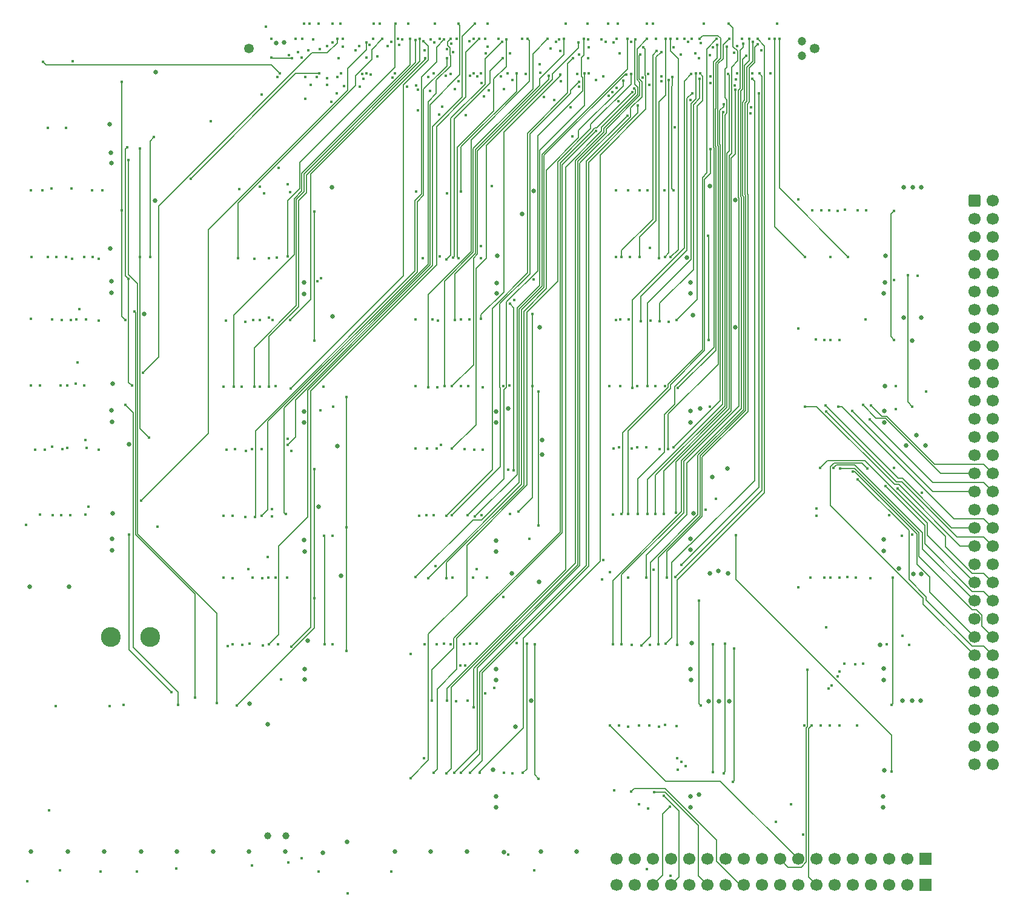
<source format=gbr>
G04 #@! TF.GenerationSoftware,KiCad,Pcbnew,9.0.3*
G04 #@! TF.CreationDate,2025-08-01T19:28:12-07:00*
G04 #@! TF.ProjectId,CardTestFixture,43617264-5465-4737-9446-697874757265,A*
G04 #@! TF.SameCoordinates,Original*
G04 #@! TF.FileFunction,Copper,L5,Inr*
G04 #@! TF.FilePolarity,Positive*
%FSLAX46Y46*%
G04 Gerber Fmt 4.6, Leading zero omitted, Abs format (unit mm)*
G04 Created by KiCad (PCBNEW 9.0.3) date 2025-08-01 19:28:12*
%MOMM*%
%LPD*%
G01*
G04 APERTURE LIST*
G04 Aperture macros list*
%AMRoundRect*
0 Rectangle with rounded corners*
0 $1 Rounding radius*
0 $2 $3 $4 $5 $6 $7 $8 $9 X,Y pos of 4 corners*
0 Add a 4 corners polygon primitive as box body*
4,1,4,$2,$3,$4,$5,$6,$7,$8,$9,$2,$3,0*
0 Add four circle primitives for the rounded corners*
1,1,$1+$1,$2,$3*
1,1,$1+$1,$4,$5*
1,1,$1+$1,$6,$7*
1,1,$1+$1,$8,$9*
0 Add four rect primitives between the rounded corners*
20,1,$1+$1,$2,$3,$4,$5,0*
20,1,$1+$1,$4,$5,$6,$7,0*
20,1,$1+$1,$6,$7,$8,$9,0*
20,1,$1+$1,$8,$9,$2,$3,0*%
G04 Aperture macros list end*
G04 #@! TA.AperFunction,ComponentPad*
%ADD10R,1.700000X1.700000*%
G04 #@! TD*
G04 #@! TA.AperFunction,ComponentPad*
%ADD11C,1.700000*%
G04 #@! TD*
G04 #@! TA.AperFunction,ComponentPad*
%ADD12C,1.349000*%
G04 #@! TD*
G04 #@! TA.AperFunction,ComponentPad*
%ADD13C,1.200000*%
G04 #@! TD*
G04 #@! TA.AperFunction,ComponentPad*
%ADD14RoundRect,0.250000X-0.600000X-0.600000X0.600000X-0.600000X0.600000X0.600000X-0.600000X0.600000X0*%
G04 #@! TD*
G04 #@! TA.AperFunction,ComponentPad*
%ADD15C,2.775000*%
G04 #@! TD*
G04 #@! TA.AperFunction,ViaPad*
%ADD16C,0.650000*%
G04 #@! TD*
G04 #@! TA.AperFunction,ViaPad*
%ADD17C,1.000000*%
G04 #@! TD*
G04 #@! TA.AperFunction,ViaPad*
%ADD18C,0.450000*%
G04 #@! TD*
G04 #@! TA.AperFunction,Conductor*
%ADD19C,0.152400*%
G04 #@! TD*
G04 APERTURE END LIST*
D10*
X209180000Y-151400000D03*
D11*
X206640000Y-151400000D03*
X204100000Y-151400000D03*
X201560000Y-151400000D03*
X199020000Y-151400000D03*
X196480000Y-151400000D03*
X193940000Y-151400000D03*
X191400000Y-151400000D03*
X188860000Y-151400000D03*
X186320000Y-151400000D03*
X183780000Y-151400000D03*
X181240000Y-151400000D03*
X178700000Y-151400000D03*
X176160000Y-151400000D03*
X173620000Y-151400000D03*
X171080000Y-151400000D03*
X168540000Y-151400000D03*
X166000000Y-151400000D03*
D10*
X209180000Y-155000000D03*
D11*
X206640000Y-155000000D03*
X204100000Y-155000000D03*
X201560000Y-155000000D03*
X199020000Y-155000000D03*
X196480000Y-155000000D03*
X193940000Y-155000000D03*
X191400000Y-155000000D03*
X188860000Y-155000000D03*
X186320000Y-155000000D03*
X183780000Y-155000000D03*
X181240000Y-155000000D03*
X178700000Y-155000000D03*
X176160000Y-155000000D03*
X173620000Y-155000000D03*
X171080000Y-155000000D03*
X168540000Y-155000000D03*
X166000000Y-155000000D03*
D12*
X114568900Y-38197500D03*
D13*
X191908900Y-39197500D03*
X191908900Y-37197500D03*
D12*
X193698900Y-38197500D03*
D14*
X216000000Y-59400000D03*
D11*
X218540000Y-59400000D03*
X216000000Y-61940000D03*
X218540000Y-61940000D03*
X216000000Y-64480000D03*
X218540000Y-64480000D03*
X216000000Y-67020000D03*
X218540000Y-67020000D03*
X216000000Y-69560000D03*
X218540000Y-69560000D03*
X216000000Y-72100000D03*
X218540000Y-72100000D03*
X216000000Y-74640000D03*
X218540000Y-74640000D03*
X216000000Y-77180000D03*
X218540000Y-77180000D03*
X216000000Y-79720000D03*
X218540000Y-79720000D03*
X216000000Y-82260000D03*
X218540000Y-82260000D03*
X216000000Y-84800000D03*
X218540000Y-84800000D03*
X216000000Y-87340000D03*
X218540000Y-87340000D03*
X216000000Y-89880000D03*
X218540000Y-89880000D03*
X216000000Y-92420000D03*
X218540000Y-92420000D03*
X216000000Y-94960000D03*
X218540000Y-94960000D03*
X216000000Y-97500000D03*
X218540000Y-97500000D03*
X216000000Y-100040000D03*
X218540000Y-100040000D03*
X216000000Y-102580000D03*
X218540000Y-102580000D03*
X216000000Y-105120000D03*
X218540000Y-105120000D03*
X216000000Y-107660000D03*
X218540000Y-107660000D03*
X216000000Y-110200000D03*
X218540000Y-110200000D03*
X216000000Y-112740000D03*
X218540000Y-112740000D03*
X216000000Y-115280000D03*
X218540000Y-115280000D03*
X216000000Y-117820000D03*
X218540000Y-117820000D03*
X216000000Y-120360000D03*
X218540000Y-120360000D03*
X216000000Y-122900000D03*
X218540000Y-122900000D03*
X216000000Y-125440000D03*
X218540000Y-125440000D03*
X216000000Y-127980000D03*
X218540000Y-127980000D03*
X216000000Y-130520000D03*
X218540000Y-130520000D03*
X216000000Y-133060000D03*
X218540000Y-133060000D03*
X216000000Y-135600000D03*
X218540000Y-135600000D03*
X216000000Y-138140000D03*
X218540000Y-138140000D03*
D15*
X95300000Y-120400000D03*
X100800000Y-120400000D03*
D16*
X114700000Y-129700000D03*
X150247163Y-150415576D03*
X95169795Y-48769795D03*
X122380000Y-108450000D03*
X181548500Y-111521405D03*
X177500000Y-142400000D03*
X178874200Y-129354200D03*
X203362000Y-108342250D03*
X95494000Y-90300000D03*
X145100000Y-150400000D03*
X203400000Y-139000000D03*
X205447800Y-110789092D03*
X206470599Y-93636792D03*
X99500000Y-150400000D03*
X177700000Y-88500000D03*
X94400000Y-150400000D03*
X126300000Y-75600000D03*
X206000000Y-129300000D03*
X203370000Y-72350000D03*
X151370800Y-111500000D03*
X208600000Y-111600000D03*
X203535900Y-85300000D03*
X122280000Y-72450000D03*
X179361801Y-97997608D03*
X203293000Y-144171900D03*
X203600000Y-67100000D03*
X206100000Y-75800000D03*
X176500000Y-121200000D03*
X84000000Y-113400000D03*
X128300000Y-149000000D03*
X114600000Y-150400000D03*
X135000000Y-150400000D03*
X209203100Y-93600000D03*
X89300000Y-150400000D03*
X100000000Y-75300000D03*
X149200000Y-72400000D03*
X101473400Y-59400100D03*
X149159000Y-108422000D03*
X109600000Y-150400000D03*
X95394000Y-72300000D03*
X95203645Y-66103645D03*
X179000000Y-111500000D03*
X208500000Y-129300000D03*
X208600000Y-75800000D03*
X208600000Y-57600000D03*
X181748500Y-129354200D03*
X149296300Y-67131600D03*
X95394000Y-54200000D03*
X176362000Y-72342250D03*
X202865333Y-121449299D03*
X149159000Y-90422000D03*
X150833400Y-88500000D03*
X155400000Y-150400000D03*
X175862800Y-67403500D03*
X101588000Y-41487300D03*
X97887600Y-93500000D03*
X155599800Y-92900000D03*
X119700000Y-150400000D03*
X127500000Y-111800000D03*
X104500000Y-150400000D03*
X148770000Y-138930000D03*
X122782608Y-120888501D03*
X176788100Y-103097600D03*
X160400000Y-150400000D03*
X152800000Y-61248100D03*
X203300000Y-126400000D03*
X176315000Y-108197000D03*
D17*
X119800000Y-148195000D03*
D16*
X95600000Y-85000000D03*
X203400000Y-90400000D03*
X124355205Y-102155205D03*
X122380000Y-126350000D03*
X149151000Y-126394000D03*
X95600000Y-103100000D03*
X126200000Y-57600000D03*
X124911855Y-150500600D03*
X176308000Y-144169000D03*
X119528100Y-37295900D03*
X84100000Y-150400000D03*
X206100000Y-57600000D03*
X140000000Y-150400000D03*
X176300000Y-90400000D03*
X127000000Y-93700000D03*
X179000000Y-57400000D03*
X149160000Y-144170000D03*
X95494000Y-108300000D03*
X151840000Y-132910000D03*
X176640100Y-75400000D03*
X176400000Y-126400000D03*
X122280000Y-90450000D03*
X203300000Y-124800000D03*
X95494000Y-106700000D03*
X155605300Y-94916200D03*
X122280000Y-106850000D03*
X207300000Y-129300000D03*
X203362000Y-106742250D03*
X122280000Y-88850000D03*
X149159000Y-88922000D03*
X117220000Y-132575600D03*
X180244195Y-111144195D03*
X181515600Y-96833900D03*
X182584400Y-77121000D03*
X122380000Y-124850000D03*
X154410300Y-58044900D03*
X155207600Y-77160600D03*
X207350000Y-78974000D03*
X89500000Y-113400000D03*
X95394000Y-88700000D03*
X176362000Y-70842250D03*
X207903599Y-92203792D03*
X207400000Y-57600000D03*
X118406400Y-37392300D03*
X149159000Y-106922000D03*
X149120000Y-142640000D03*
X182584400Y-59325800D03*
X203293000Y-142671900D03*
X95294000Y-52700000D03*
X122280000Y-70850000D03*
X149151000Y-124894000D03*
D17*
X117220000Y-148190000D03*
D16*
X176300000Y-88800000D03*
X176308000Y-142669000D03*
X154027700Y-129250000D03*
X207500000Y-111600000D03*
X149200000Y-70900000D03*
X176315000Y-106697000D03*
X95394000Y-70700000D03*
X203400000Y-88800000D03*
X203470000Y-70850000D03*
X176315000Y-124900000D03*
X155206200Y-112711400D03*
X180300000Y-129354200D03*
D18*
X181194900Y-121351100D03*
X180946700Y-139461300D03*
X99369900Y-67275000D03*
X154216400Y-75225300D03*
X126260300Y-106253100D03*
X206709400Y-69854500D03*
X207350000Y-88192700D03*
X206864100Y-121446900D03*
X207350000Y-106050600D03*
X152916100Y-139351100D03*
X154205300Y-85310000D03*
X100653900Y-92565200D03*
X152305300Y-102821900D03*
X126402800Y-88253900D03*
X99374000Y-52109700D03*
X126260300Y-121444100D03*
X153448000Y-121353100D03*
X128214000Y-122294400D03*
X155096500Y-86114500D03*
X87568600Y-130031300D03*
X182252300Y-140625000D03*
X154416500Y-70451900D03*
X100787500Y-67292100D03*
X155095900Y-140156700D03*
X208649500Y-100251500D03*
X128214000Y-105092200D03*
X154581300Y-121362300D03*
X101337600Y-50571000D03*
X101796300Y-104935300D03*
X128214400Y-86850000D03*
X182448100Y-121962400D03*
X209305500Y-86084700D03*
X155101300Y-104770200D03*
X208094600Y-69948900D03*
X205917000Y-106242300D03*
X178425600Y-102609300D03*
X179426300Y-139235600D03*
X124701800Y-70254700D03*
X153825000Y-106639400D03*
X179427800Y-121360700D03*
X151057000Y-85255600D03*
X125078700Y-106257400D03*
X151684400Y-73333500D03*
X152028500Y-121258300D03*
X206001400Y-120211200D03*
X151438900Y-139399400D03*
X97747000Y-70337700D03*
X86700000Y-144600000D03*
X97595500Y-51970300D03*
X125056900Y-85436600D03*
X98252200Y-85290400D03*
X179032800Y-88195400D03*
X205043500Y-85349400D03*
X125212200Y-121442100D03*
X123720300Y-60961500D03*
X178832700Y-78901300D03*
X150143600Y-114813600D03*
X96834000Y-42824800D03*
X96834700Y-60806900D03*
X97343600Y-76137200D03*
X204810000Y-60826600D03*
X112914300Y-129973900D03*
X179915400Y-101119400D03*
X148922600Y-127469800D03*
X204640400Y-112058400D03*
X177738700Y-129919300D03*
X123727500Y-78957900D03*
X178763900Y-64301500D03*
X123734500Y-114972900D03*
X150830800Y-96998800D03*
X204438400Y-129907800D03*
X204790200Y-96750800D03*
X204773100Y-78879000D03*
X177534200Y-115282300D03*
X123720300Y-96961500D03*
X200869800Y-60803600D03*
X83664000Y-154489000D03*
X199730000Y-60812000D03*
X88193700Y-153001400D03*
X197963500Y-60693700D03*
X93824400Y-153160600D03*
X196947900Y-60825700D03*
X98904800Y-153160200D03*
X104441000Y-152704000D03*
X195735700Y-60808500D03*
X194650000Y-60807500D03*
X121973100Y-151256700D03*
X114991000Y-152314000D03*
X193322500Y-60807700D03*
X120075400Y-151863500D03*
X191414300Y-59298600D03*
X124317100Y-153147900D03*
X174553400Y-138897400D03*
X190425200Y-143788700D03*
X128431000Y-156226600D03*
X134469300Y-153155700D03*
X175649200Y-138443700D03*
X150862000Y-150755200D03*
X175059800Y-137863100D03*
X170271000Y-152771300D03*
X188309600Y-146219100D03*
X154494200Y-152989800D03*
X174503300Y-137304100D03*
X192060000Y-147982900D03*
X173511000Y-153771800D03*
X91754000Y-103288100D03*
X131047700Y-41682000D03*
X164833100Y-34705200D03*
X144701600Y-121388500D03*
X147327900Y-85517300D03*
X157498500Y-37281700D03*
X120493000Y-85657500D03*
X139034700Y-37199600D03*
X112290300Y-112131200D03*
X144962200Y-47462600D03*
X142814000Y-121365600D03*
X164906200Y-44786000D03*
X86088100Y-94206400D03*
X126131100Y-45625000D03*
X143015500Y-112050800D03*
X166020000Y-36831700D03*
X127434800Y-34703000D03*
X91803300Y-75985600D03*
X137930100Y-76051800D03*
X156769200Y-38182800D03*
X116589300Y-121550200D03*
X146498900Y-42080600D03*
X146485600Y-121358900D03*
X166407300Y-38881200D03*
X172706600Y-57995200D03*
X173998900Y-37980600D03*
X163909600Y-36939100D03*
X139176500Y-121359800D03*
X150577600Y-36916600D03*
X143884100Y-67433300D03*
X117838900Y-102511700D03*
X142836800Y-41688300D03*
X84134000Y-75976900D03*
X127751500Y-37879100D03*
X115120700Y-112130600D03*
X147478900Y-44833600D03*
X118588700Y-42187700D03*
X84197700Y-67281400D03*
X117370300Y-121428600D03*
X146209000Y-34700900D03*
X171203900Y-111017100D03*
X184834800Y-46401100D03*
X198368700Y-67293200D03*
X188745700Y-36836100D03*
X168994000Y-103221300D03*
X180082600Y-37644900D03*
X181741600Y-36833400D03*
X173239600Y-94107600D03*
X143639000Y-36826700D03*
X116394100Y-94143900D03*
X158091100Y-41799000D03*
X147023000Y-75966100D03*
X176998900Y-38839000D03*
X171412800Y-85346600D03*
X88396200Y-103347700D03*
X130060500Y-37820600D03*
X124464000Y-41676400D03*
X106473100Y-56349500D03*
X118959400Y-41681300D03*
X85860600Y-40064000D03*
X168183900Y-85559700D03*
X176458300Y-41702200D03*
X164006500Y-112379100D03*
X187316800Y-36838800D03*
X173952800Y-57974400D03*
X173808700Y-42179400D03*
X111424800Y-76168000D03*
X140633400Y-34699800D03*
X185959300Y-41686800D03*
X174215000Y-111995500D03*
X164498900Y-37205900D03*
X141865900Y-121351100D03*
X184998900Y-41678900D03*
X170661500Y-121509800D03*
X160752600Y-42791400D03*
X142986500Y-103349100D03*
X127707000Y-36825400D03*
X89754800Y-76135400D03*
X179103700Y-42974700D03*
X165485900Y-103269000D03*
X120204800Y-39081600D03*
X93648900Y-67531600D03*
X173577500Y-67281700D03*
X173515500Y-36845000D03*
X132926100Y-34716800D03*
X84700400Y-94188500D03*
X160649200Y-37350600D03*
X143011300Y-94060800D03*
X148558700Y-57426200D03*
X151461300Y-42616300D03*
X182539800Y-43319800D03*
X172041300Y-94174600D03*
X118640300Y-121425500D03*
X146998900Y-41681100D03*
X176605800Y-44412000D03*
X169424000Y-76247000D03*
X179119700Y-42086400D03*
X166501800Y-76052900D03*
X114080600Y-103593300D03*
X142086100Y-41948800D03*
X171412800Y-103219300D03*
X181370000Y-37901900D03*
X174277600Y-103029000D03*
X181685400Y-34708200D03*
X91600600Y-85290400D03*
X126947800Y-42126500D03*
X174483700Y-121512800D03*
X185691300Y-36837100D03*
X180986500Y-45979400D03*
X173965300Y-93910800D03*
X171618700Y-38498700D03*
X166696500Y-67288000D03*
X140399400Y-41684700D03*
X115164800Y-76136700D03*
X124094400Y-42166100D03*
X84108500Y-85290400D03*
X188462000Y-34708800D03*
X195920000Y-67276400D03*
X173289900Y-42536500D03*
X172738900Y-67287100D03*
X140667600Y-110440600D03*
X165552000Y-37344300D03*
X177689900Y-41678500D03*
X174409100Y-76136600D03*
X141906800Y-36933500D03*
X115416800Y-103658900D03*
X172603200Y-103212500D03*
X181573000Y-41747000D03*
X116413200Y-44623000D03*
X87684300Y-67292500D03*
X123117400Y-34704700D03*
X92690700Y-57993200D03*
X118302500Y-85368900D03*
X139893900Y-44130300D03*
X147699500Y-38861900D03*
X114559500Y-110867200D03*
X113678300Y-121445700D03*
X146039800Y-41685500D03*
X86997100Y-57725400D03*
X124348700Y-34719700D03*
X145998900Y-36838300D03*
X114682100Y-121288900D03*
X89849000Y-67546100D03*
X109253000Y-48317800D03*
X170117300Y-112062700D03*
X184099800Y-39219700D03*
X160793900Y-39055900D03*
X137906500Y-94038300D03*
X172036800Y-76288900D03*
X177592200Y-42432900D03*
X140446500Y-139310100D03*
X163162200Y-49685200D03*
X172231700Y-42060600D03*
X167877400Y-67287400D03*
X170413200Y-41692200D03*
X145205500Y-129265500D03*
X117393000Y-75790000D03*
X139712000Y-42156400D03*
X160736200Y-43495000D03*
X141465800Y-93505000D03*
X87112700Y-93761000D03*
X132084200Y-34709200D03*
X167597700Y-103218900D03*
X179137600Y-52240700D03*
X121506900Y-38697100D03*
X84134000Y-57995900D03*
X166927800Y-42698900D03*
X142199300Y-112166400D03*
X147161100Y-103335900D03*
X161910800Y-34712100D03*
X139204900Y-38437800D03*
X117896200Y-76138900D03*
X140503800Y-37300000D03*
X114135100Y-76327100D03*
X180888800Y-47032900D03*
X170299400Y-103218300D03*
X172884000Y-121353900D03*
X184966000Y-42428600D03*
X138377800Y-103434000D03*
X159815500Y-50465500D03*
X115343500Y-67574200D03*
X133998900Y-37797300D03*
X117379500Y-85439500D03*
X138498900Y-36853800D03*
X126907000Y-44427500D03*
X88496500Y-94148600D03*
X188126200Y-36837300D03*
X192347700Y-67284800D03*
X89842400Y-57723900D03*
X123583500Y-36924100D03*
X120032400Y-67203800D03*
X135098900Y-34712600D03*
X112290300Y-103427900D03*
X141260100Y-36844200D03*
X171930900Y-67438200D03*
X172883300Y-36826600D03*
X143580000Y-129320000D03*
X170246600Y-34717600D03*
X174998900Y-39060300D03*
X167602800Y-57980100D03*
X170241100Y-36837700D03*
X146032700Y-130189800D03*
X161528900Y-41678000D03*
X146197500Y-103564400D03*
X99525200Y-101334600D03*
X130998900Y-37295500D03*
X145443100Y-37137300D03*
X112290300Y-121439600D03*
X140868600Y-94083800D03*
X162133800Y-37999200D03*
X137094700Y-36825200D03*
X112486300Y-85430700D03*
X131498900Y-37652400D03*
X91907100Y-93990800D03*
X142881000Y-37531400D03*
X117838900Y-103539900D03*
X141162600Y-47375900D03*
X112686500Y-94153600D03*
X141927800Y-85334500D03*
X156386600Y-36835700D03*
X145183600Y-103359100D03*
X161405200Y-36830800D03*
X163155800Y-42535400D03*
X137227600Y-122770200D03*
X147305900Y-94192200D03*
X161998900Y-39569300D03*
X165998900Y-43693300D03*
X147890100Y-112055400D03*
X147934900Y-37950000D03*
X111020300Y-112127600D03*
X119910300Y-112125200D03*
X147150600Y-42981000D03*
X147667300Y-128255300D03*
X169601800Y-42213000D03*
X147619800Y-36843200D03*
X118301700Y-112061800D03*
X90388200Y-85031900D03*
X126332300Y-34700900D03*
X136667300Y-43525700D03*
X111020300Y-85426800D03*
X166286700Y-45551500D03*
X146427500Y-110921100D03*
X178227500Y-34718600D03*
X173317800Y-76320500D03*
X182680900Y-42500600D03*
X166332800Y-93914300D03*
X153315200Y-41707900D03*
X137881500Y-85350500D03*
X182575200Y-43941400D03*
X165455000Y-121383300D03*
X172748900Y-85354300D03*
X177548600Y-39563300D03*
X162059100Y-36896900D03*
X146090200Y-94261800D03*
X145526500Y-139338400D03*
X168952800Y-46172800D03*
X158929300Y-34713600D03*
X140993200Y-76223400D03*
X116732500Y-58408700D03*
X136066900Y-36886900D03*
X179498900Y-37977700D03*
X165899200Y-76065500D03*
X86511500Y-49293000D03*
X116943400Y-35123000D03*
X143419000Y-43838900D03*
X120551700Y-94389100D03*
X168493900Y-43752400D03*
X142267500Y-129250000D03*
X142819800Y-36828600D03*
X119738900Y-103190400D03*
X125540500Y-37819400D03*
X88237500Y-85290400D03*
X120015900Y-93545800D03*
X143903800Y-34719100D03*
X127921600Y-43452600D03*
X83441700Y-104700000D03*
X165069700Y-111316000D03*
X187498900Y-41685600D03*
X170317200Y-85350400D03*
X177060900Y-41677200D03*
X177583300Y-36826800D03*
X174593200Y-85622100D03*
X165899200Y-57994400D03*
X175452700Y-36826400D03*
X125492200Y-43264900D03*
X89214000Y-85291100D03*
X165899200Y-67288800D03*
X170589700Y-43281600D03*
X174484700Y-36852100D03*
X170333800Y-57977700D03*
X149998900Y-37233900D03*
X142251500Y-67601400D03*
X166715300Y-121367200D03*
X183691600Y-37464000D03*
X142261900Y-38254500D03*
X114159900Y-94358700D03*
X167387100Y-41781700D03*
X139637200Y-112133100D03*
X142275600Y-39517400D03*
X116419300Y-103421500D03*
X170783500Y-76165200D03*
X177736100Y-37439000D03*
X185020000Y-37226000D03*
X171824600Y-121375200D03*
X169327200Y-39042600D03*
X144256500Y-139349600D03*
X146779400Y-36826300D03*
X120546800Y-121699700D03*
X134641000Y-42221400D03*
X120354200Y-58208400D03*
X160498900Y-41703100D03*
X140446500Y-103357000D03*
X169218400Y-67289700D03*
X172241400Y-38659100D03*
X141632400Y-46324200D03*
X115042800Y-94146200D03*
X131998900Y-36829400D03*
X89214000Y-93977500D03*
X132526600Y-39264200D03*
X92211800Y-102172000D03*
X130580600Y-42443000D03*
X91755800Y-92905900D03*
X168014700Y-37211200D03*
X139043100Y-137320300D03*
X90615100Y-82064900D03*
X125539400Y-42362300D03*
X144750500Y-94178400D03*
X162132900Y-41686500D03*
X89048800Y-67288100D03*
X122338400Y-34704700D03*
X168100100Y-94013200D03*
X182854900Y-37830400D03*
X131660800Y-41831300D03*
X93622700Y-94210800D03*
X145964800Y-112103400D03*
X166185400Y-34708200D03*
X170142800Y-93898200D03*
X182421300Y-38789500D03*
X137906500Y-112032000D03*
X167498900Y-36843300D03*
X145495400Y-121351800D03*
X165403700Y-44288500D03*
X90935100Y-74591100D03*
X122486000Y-45171600D03*
X129498900Y-38406900D03*
X85404000Y-103272500D03*
X135606600Y-37638500D03*
X116124400Y-57501200D03*
X143177500Y-38721700D03*
X111495500Y-94235500D03*
X144122700Y-124385800D03*
X171478200Y-36843400D03*
X159905400Y-39500700D03*
X142199300Y-103460000D03*
X123286800Y-43259600D03*
X88443500Y-76104100D03*
X137886600Y-37021400D03*
X115345400Y-85428700D03*
X176312300Y-45347100D03*
X164950500Y-85362200D03*
X157317700Y-45347600D03*
X140290900Y-76060300D03*
X157952300Y-36871000D03*
X145433400Y-76044500D03*
X113053900Y-67492400D03*
X133254700Y-36825700D03*
X137959000Y-58129000D03*
X152825600Y-36838800D03*
X120328200Y-76076700D03*
X139206400Y-39569400D03*
X86461100Y-67293800D03*
X121102200Y-36827200D03*
X117370300Y-67441200D03*
X134527100Y-37254800D03*
X116100300Y-85419400D03*
X138260600Y-43922400D03*
X111020300Y-103427900D03*
X138251200Y-46823000D03*
X179968700Y-36847800D03*
X166706100Y-103209000D03*
X140849700Y-121364000D03*
X164135300Y-42098500D03*
X167718600Y-76056000D03*
X179062700Y-39066300D03*
X150734600Y-41678700D03*
X147023000Y-65815700D03*
X93600800Y-76199000D03*
X127498900Y-41676300D03*
X169235200Y-57994100D03*
X174150200Y-49209300D03*
X138870400Y-67431800D03*
X149496700Y-36843100D03*
X89665400Y-103371600D03*
X130439100Y-41763600D03*
X122929800Y-38470500D03*
X85760600Y-57994100D03*
X165598100Y-94064900D03*
X183498900Y-36850500D03*
X186201400Y-38417400D03*
X167637300Y-112053000D03*
X124481700Y-38266700D03*
X85404000Y-85277000D03*
X94138300Y-57994100D03*
X121994200Y-39434800D03*
X158661200Y-36833300D03*
X143371200Y-76078400D03*
X147023000Y-67434600D03*
X151094600Y-38837500D03*
X122491800Y-42186500D03*
X92782600Y-67277300D03*
X146848100Y-139353000D03*
X169735700Y-38017000D03*
X184703700Y-47202200D03*
X168093100Y-121474500D03*
X168872800Y-93908300D03*
X182838900Y-41686200D03*
X169452000Y-121557100D03*
X184566200Y-36825800D03*
X158253300Y-42760600D03*
X144256500Y-76061700D03*
X139438700Y-103366000D03*
X158161800Y-38496900D03*
X167529200Y-47538600D03*
X143313200Y-139352900D03*
X148171800Y-44053500D03*
X117289400Y-112069600D03*
X126936300Y-36835800D03*
X99828300Y-83481700D03*
X122091200Y-36828700D03*
X91604300Y-67287400D03*
X168872800Y-85350400D03*
X176498900Y-36837300D03*
X87172200Y-103402300D03*
X130080800Y-43473800D03*
X151998900Y-41687300D03*
X144256500Y-58145000D03*
X142986500Y-85362000D03*
X156534000Y-41991100D03*
X120589800Y-39556500D03*
X117725800Y-39414500D03*
X90484000Y-75996900D03*
X127133600Y-39567100D03*
X167998900Y-41697800D03*
X137213000Y-140076700D03*
X145498900Y-42009100D03*
X111613900Y-121651600D03*
X113216000Y-57835900D03*
X131007700Y-39474700D03*
X142330900Y-58389600D03*
X150280100Y-43812200D03*
X134988100Y-41678100D03*
X118538200Y-67404100D03*
X159601900Y-46406100D03*
X139518800Y-94050200D03*
X175998900Y-37209300D03*
X166509200Y-85350700D03*
X87120000Y-76055900D03*
X126301300Y-37352200D03*
X144846500Y-124378800D03*
X171117000Y-34691300D03*
X143123100Y-67423500D03*
X150086000Y-39564100D03*
X153530900Y-36830700D03*
X139665500Y-85471500D03*
X175034200Y-110303400D03*
X185864400Y-44411500D03*
X142188700Y-139463400D03*
X168608600Y-36935800D03*
X173042100Y-112063600D03*
X185754000Y-37555000D03*
X170695600Y-66001700D03*
X172230400Y-42729600D03*
X140050000Y-36887800D03*
X116102000Y-76122100D03*
X143901300Y-42723500D03*
X120013600Y-92659700D03*
X116509900Y-112184800D03*
X147930500Y-34716500D03*
X149870000Y-42035500D03*
X141302500Y-67242200D03*
X140148300Y-129250000D03*
X168182200Y-44292900D03*
X89013600Y-49294900D03*
X117766000Y-36829400D03*
X155800300Y-44925000D03*
X145300200Y-85351100D03*
X136883400Y-34719000D03*
X118745100Y-54864100D03*
X137998900Y-43331900D03*
X113560300Y-85422900D03*
X140960100Y-85506300D03*
X155309400Y-41526200D03*
X135456100Y-36851200D03*
X120019900Y-57164200D03*
X144256500Y-85358500D03*
X155246100Y-40348100D03*
X169132700Y-132745900D03*
X200501000Y-124071400D03*
X167600000Y-132900000D03*
X192700000Y-125000000D03*
X174400000Y-132800000D03*
X199391000Y-124192200D03*
X165096300Y-132741000D03*
X196907600Y-125917400D03*
X171900000Y-132900000D03*
X196091300Y-127165000D03*
X170541000Y-132737000D03*
X197189800Y-125225300D03*
X197839700Y-124122700D03*
X195665200Y-127591100D03*
X172800000Y-132700000D03*
X166332800Y-132728200D03*
X170411800Y-144364800D03*
X168067600Y-141935900D03*
X173485300Y-144105700D03*
X201515100Y-112193700D03*
X195327700Y-119069800D03*
X192222200Y-132728100D03*
X193285000Y-132732300D03*
X195825000Y-132752900D03*
X171214000Y-142030200D03*
X172574200Y-142527100D03*
X199436000Y-112063900D03*
X194555000Y-132736000D03*
X197161500Y-132739800D03*
X199635000Y-132748200D03*
X165649200Y-141843600D03*
X169105100Y-143780000D03*
X151092900Y-103160900D03*
X97366500Y-87953900D03*
X182676800Y-106139700D03*
X104738900Y-129878200D03*
X204451700Y-139208600D03*
X205006100Y-88510100D03*
X95139800Y-130005100D03*
X117249500Y-109233100D03*
X97051400Y-129879900D03*
X124601200Y-88749200D03*
X150149500Y-85354200D03*
X98571200Y-74909600D03*
X107060000Y-128862300D03*
X204089500Y-103390300D03*
X204780200Y-70504500D03*
X97853600Y-106103300D03*
X103789500Y-128098700D03*
X97779100Y-53724300D03*
X164158900Y-109633300D03*
X110164300Y-129598200D03*
X151644800Y-97137200D03*
X151065300Y-73828900D03*
X203756900Y-121364400D03*
X150252900Y-139358300D03*
X119131500Y-126348700D03*
X124175300Y-70713000D03*
X89988100Y-39970000D03*
X200425200Y-87998200D03*
X205248200Y-99603300D03*
X195037700Y-112068500D03*
X197240800Y-96830400D03*
X195919800Y-112048300D03*
X200784200Y-76055100D03*
X198898400Y-88781200D03*
X191422100Y-113470200D03*
X197189800Y-112063000D03*
X193960500Y-102401500D03*
X193960500Y-103431200D03*
X196965000Y-88185100D03*
X192343200Y-88196300D03*
X199010900Y-97287800D03*
X196328700Y-96750100D03*
X203593700Y-99324100D03*
X201415400Y-89960100D03*
X195193500Y-88025400D03*
X193117500Y-112055500D03*
X198262500Y-112044200D03*
X197190000Y-78897000D03*
X201566000Y-88004100D03*
X199707700Y-98342000D03*
X195265100Y-88861300D03*
X201072200Y-96867600D03*
X194476700Y-96740500D03*
X195036000Y-78870800D03*
X193871100Y-78782600D03*
X195920000Y-78882900D03*
X191406300Y-77250800D03*
D19*
X99374600Y-67279700D02*
X99369900Y-67275000D01*
X99369900Y-67275000D02*
X99369900Y-52113800D01*
X181194900Y-121351100D02*
X181194900Y-139213100D01*
X154205300Y-85310000D02*
X154205300Y-100921900D01*
X99369900Y-52113800D02*
X99374000Y-52109700D01*
X153448000Y-138819200D02*
X152916100Y-139351100D01*
X207350000Y-88192700D02*
X206709400Y-87552100D01*
X181194900Y-139213100D02*
X180946700Y-139461300D01*
X154216400Y-85298900D02*
X154216400Y-75225300D01*
X154205300Y-85310000D02*
X154216400Y-85298900D01*
X100653900Y-92565200D02*
X99374600Y-91285900D01*
X153448000Y-121353100D02*
X153448000Y-138819200D01*
X99374600Y-91285900D02*
X99374600Y-67279700D01*
X206709400Y-87552100D02*
X206709400Y-69854500D01*
X154205300Y-100921900D02*
X152305300Y-102821900D01*
X100787500Y-51121100D02*
X100787500Y-67292100D01*
X154581300Y-139642100D02*
X155095900Y-140156700D01*
X182448100Y-121962400D02*
X182448100Y-140429200D01*
X155046200Y-86164800D02*
X155096500Y-86114500D01*
X128214400Y-105091800D02*
X128214000Y-105092200D01*
X155046200Y-104715100D02*
X155046200Y-86164800D01*
X128214000Y-105092200D02*
X128214000Y-122294400D01*
X155101300Y-104770200D02*
X155046200Y-104715100D01*
X182448100Y-140429200D02*
X182252300Y-140625000D01*
X101337600Y-50571000D02*
X100787500Y-51121100D01*
X154581300Y-121362300D02*
X154581300Y-139642100D01*
X128214400Y-86850000D02*
X128214400Y-105091800D01*
X179427800Y-121360700D02*
X179427800Y-139234100D01*
X125212200Y-106390900D02*
X125078700Y-106257400D01*
X98252200Y-85290400D02*
X97797300Y-84835500D01*
X97325300Y-52240500D02*
X97595500Y-51970300D01*
X97747000Y-70337700D02*
X97325300Y-69916000D01*
X97797300Y-84835500D02*
X97797300Y-70388000D01*
X97797300Y-70388000D02*
X97747000Y-70337700D01*
X179427800Y-139234100D02*
X179426300Y-139235600D01*
X97325300Y-69916000D02*
X97325300Y-52240500D01*
X125212200Y-121442100D02*
X125212200Y-106390900D01*
X96834700Y-42825500D02*
X96834000Y-42824800D01*
X204319900Y-78425800D02*
X204773100Y-78879000D01*
X96834700Y-60806900D02*
X96834700Y-42825500D01*
X112914300Y-129973900D02*
X123734500Y-119153700D01*
X177738700Y-129919300D02*
X177534200Y-129714800D01*
X96834700Y-60806900D02*
X96834700Y-75628300D01*
X123734500Y-96975700D02*
X123720300Y-96961500D01*
X204438400Y-129907800D02*
X204640400Y-129705800D01*
X177534200Y-129714800D02*
X177534200Y-115282300D01*
X123720300Y-60961500D02*
X123720300Y-78950700D01*
X123720300Y-78950700D02*
X123727500Y-78957900D01*
X178832700Y-64370300D02*
X178832700Y-78901300D01*
X123734500Y-114972900D02*
X123734500Y-96975700D01*
X123734500Y-119153700D02*
X123734500Y-114972900D01*
X204810000Y-60826600D02*
X204319900Y-61316700D01*
X204640400Y-129705800D02*
X204640400Y-112058400D01*
X96834700Y-75628300D02*
X97343600Y-76137200D01*
X178763900Y-64301500D02*
X178832700Y-64370300D01*
X204319900Y-61316700D02*
X204319900Y-78425800D01*
X139660300Y-39775200D02*
X136213500Y-43222000D01*
X136213500Y-43222000D02*
X136213500Y-69937000D01*
X136213500Y-69937000D02*
X120493000Y-85657500D01*
X139660300Y-37825200D02*
X139660300Y-39775200D01*
X139034700Y-37199600D02*
X139660300Y-37825200D01*
X143756000Y-67305200D02*
X143884100Y-67433300D01*
X143756000Y-51963200D02*
X143756000Y-67305200D01*
X148813900Y-46905300D02*
X143756000Y-51963200D01*
X150577600Y-36916600D02*
X150577600Y-40684300D01*
X148813900Y-42448000D02*
X148813900Y-46905300D01*
X150577600Y-40684300D02*
X148813900Y-42448000D01*
X140278800Y-68513200D02*
X122834600Y-85957400D01*
X122834600Y-85957400D02*
X122834600Y-103625200D01*
X146209000Y-34700900D02*
X144450700Y-36459200D01*
X144450700Y-44937000D02*
X140278800Y-49108900D01*
X144450700Y-36459200D02*
X144450700Y-44937000D01*
X140278800Y-49108900D02*
X140278800Y-68513200D01*
X118788900Y-120010000D02*
X117370300Y-121428600D01*
X118788900Y-107670900D02*
X118788900Y-120010000D01*
X122834600Y-103625200D02*
X118788900Y-107670900D01*
X188745700Y-57670200D02*
X188745700Y-36836100D01*
X198368700Y-67293200D02*
X188745700Y-57670200D01*
X179573400Y-40058600D02*
X179573400Y-46412800D01*
X179591400Y-52026400D02*
X179591400Y-79950100D01*
X172668200Y-94602600D02*
X168994000Y-98276800D01*
X180082600Y-37644900D02*
X180082600Y-39549400D01*
X172668200Y-89290300D02*
X172668200Y-94602600D01*
X168994000Y-98276800D02*
X168994000Y-103221300D01*
X174105600Y-87852900D02*
X172668200Y-89290300D01*
X174105600Y-85435900D02*
X174105600Y-87852900D01*
X179591400Y-79950100D02*
X174105600Y-85435900D01*
X179520400Y-51955400D02*
X179591400Y-52026400D01*
X179520400Y-46465800D02*
X179520400Y-51955400D01*
X179573400Y-46412800D02*
X179520400Y-46465800D01*
X180082600Y-39549400D02*
X179573400Y-40058600D01*
X180130200Y-51702600D02*
X180201200Y-51773600D01*
X180183200Y-40311400D02*
X180183200Y-46665600D01*
X180201200Y-51773600D02*
X180201200Y-82300500D01*
X181741600Y-36833400D02*
X180909900Y-37665100D01*
X180909900Y-39584700D02*
X180183200Y-40311400D01*
X180201200Y-82300500D02*
X173239600Y-89262100D01*
X180130200Y-46718600D02*
X180130200Y-51702600D01*
X180909900Y-37665100D02*
X180909900Y-39584700D01*
X173239600Y-89262100D02*
X173239600Y-94107600D01*
X180183200Y-46665600D02*
X180130200Y-46718600D01*
X150227900Y-49842800D02*
X150227900Y-72178600D01*
X158091100Y-41799000D02*
X158091100Y-41979600D01*
X150227900Y-72178600D02*
X147023000Y-75383500D01*
X158091100Y-41979600D02*
X150227900Y-49842800D01*
X147023000Y-75383500D02*
X147023000Y-75966100D01*
X124464000Y-41676500D02*
X121146100Y-41676500D01*
X124464000Y-41676400D02*
X124464000Y-41676500D01*
X121146100Y-41676500D02*
X106473100Y-56349500D01*
X117723300Y-40445200D02*
X118959400Y-41681300D01*
X85860600Y-40064000D02*
X86241800Y-40445200D01*
X86241800Y-40445200D02*
X117723300Y-40445200D01*
X168183900Y-73317000D02*
X175444500Y-66056400D01*
X175444500Y-42716000D02*
X176458300Y-41702200D01*
X168183900Y-85559700D02*
X168183900Y-73317000D01*
X175444500Y-66056400D02*
X175444500Y-42716000D01*
X173952800Y-57974400D02*
X173696500Y-57718100D01*
X173696500Y-57718100D02*
X173696500Y-43473200D01*
X173696500Y-43473200D02*
X173808700Y-43361000D01*
X173808700Y-43361000D02*
X173808700Y-42179400D01*
X174215000Y-111995500D02*
X186326900Y-99883600D01*
X186326900Y-99883600D02*
X186326900Y-42054400D01*
X186326900Y-42054400D02*
X185959300Y-41686800D01*
X149714400Y-96621200D02*
X149714400Y-85561000D01*
X149677100Y-85523700D02*
X149677100Y-73827300D01*
X153856500Y-69647900D02*
X153856500Y-50118800D01*
X142986500Y-103349100D02*
X149714400Y-96621200D01*
X149714400Y-85561000D02*
X149677100Y-85523700D01*
X159566400Y-44408900D02*
X159566400Y-43977600D01*
X159566400Y-43977600D02*
X160752600Y-42791400D01*
X149677100Y-73827300D02*
X153856500Y-69647900D01*
X153856500Y-50118800D02*
X159566400Y-44408900D01*
X174603900Y-39635700D02*
X174603900Y-66255300D01*
X173515500Y-36845000D02*
X173515500Y-38547300D01*
X173515500Y-38547300D02*
X174603900Y-39635700D01*
X174603900Y-66255300D02*
X173577500Y-67281700D01*
X160649200Y-38115300D02*
X160649200Y-37350600D01*
X143011300Y-94060800D02*
X146328100Y-90744000D01*
X147794400Y-67435500D02*
X147794400Y-51685400D01*
X157013400Y-42466400D02*
X157013400Y-41751100D01*
X146328100Y-68901800D02*
X147794400Y-67435500D01*
X146328100Y-90744000D02*
X146328100Y-68901800D01*
X147794400Y-51685400D02*
X157013400Y-42466400D01*
X157013400Y-41751100D02*
X160649200Y-38115300D01*
X175858600Y-45159200D02*
X175858600Y-66353200D01*
X169424000Y-72787800D02*
X169424000Y-76247000D01*
X176605800Y-44412000D02*
X175858600Y-45159200D01*
X175858600Y-66353200D02*
X169424000Y-72787800D01*
X181440200Y-45360100D02*
X181116700Y-45036600D01*
X171412800Y-97796300D02*
X181115900Y-88093200D01*
X181115900Y-47447700D02*
X181440200Y-47123400D01*
X181116700Y-41058300D02*
X181370000Y-40805000D01*
X181440200Y-47123400D02*
X181440200Y-45360100D01*
X181115900Y-88093200D02*
X181115900Y-47447700D01*
X181116700Y-45036600D02*
X181116700Y-41058300D01*
X171412800Y-103219300D02*
X171412800Y-97796300D01*
X181370000Y-40805000D02*
X181370000Y-37901900D01*
X182050100Y-52799600D02*
X182050100Y-40769200D01*
X182272700Y-37889800D02*
X182272700Y-35295500D01*
X182050100Y-40769200D02*
X182920300Y-39899000D01*
X174277600Y-103029000D02*
X174277600Y-95913400D01*
X181725700Y-88465300D02*
X181725700Y-53124000D01*
X181725700Y-53124000D02*
X182050100Y-52799600D01*
X182920300Y-39899000D02*
X182920300Y-38537400D01*
X182272700Y-35295500D02*
X181685400Y-34708200D01*
X182920300Y-38537400D02*
X182272700Y-37889800D01*
X174277600Y-95913400D02*
X181725700Y-88465300D01*
X186661200Y-37807000D02*
X185691300Y-36837100D01*
X174483700Y-112390200D02*
X186661200Y-100212700D01*
X186661200Y-100212700D02*
X186661200Y-37807000D01*
X174483700Y-121512800D02*
X174483700Y-112390200D01*
X180986500Y-46293600D02*
X180435100Y-46845000D01*
X180506100Y-51647200D02*
X180506100Y-87370000D01*
X180506100Y-87370000D02*
X173965300Y-93910800D01*
X180986500Y-45979400D02*
X180986500Y-46293600D01*
X180435100Y-51576200D02*
X180506100Y-51647200D01*
X180435100Y-46845000D02*
X180435100Y-51576200D01*
X166696500Y-66406200D02*
X171044600Y-62058100D01*
X171044600Y-39072800D02*
X171618700Y-38498700D01*
X171044600Y-62058100D02*
X171044600Y-39072800D01*
X166696500Y-67288000D02*
X166696500Y-66406200D01*
X172738900Y-67287100D02*
X173289900Y-66736100D01*
X173289900Y-66736100D02*
X173289900Y-42536500D01*
X178058500Y-42047100D02*
X177689900Y-41678500D01*
X178058500Y-45474300D02*
X178058500Y-42047100D01*
X177294700Y-46238100D02*
X178058500Y-45474300D01*
X177294700Y-73251000D02*
X177294700Y-46238100D01*
X174409100Y-76136600D02*
X177294700Y-73251000D01*
X138714400Y-58493400D02*
X137806900Y-59400900D01*
X115501700Y-91565100D02*
X115501700Y-103574000D01*
X138714400Y-42128600D02*
X138714400Y-58493400D01*
X137806900Y-69259900D02*
X115501700Y-91565100D01*
X140831500Y-40011500D02*
X138714400Y-42128600D01*
X141906800Y-36933500D02*
X140831500Y-38008800D01*
X115501700Y-103574000D02*
X115416800Y-103658900D01*
X140831500Y-38008800D02*
X140831500Y-40011500D01*
X137806900Y-59400900D02*
X137806900Y-69259900D01*
X172603200Y-97156500D02*
X172603200Y-103212500D01*
X181745100Y-41919100D02*
X181745100Y-52457800D01*
X181420800Y-88338900D02*
X172603200Y-97156500D01*
X181420800Y-52782100D02*
X181420800Y-88338900D01*
X181573000Y-41747000D02*
X181745100Y-41919100D01*
X181745100Y-52457800D02*
X181420800Y-52782100D01*
X170117300Y-112062700D02*
X170117300Y-108963400D01*
X175801100Y-96115100D02*
X183443000Y-88473200D01*
X183335300Y-44124800D02*
X183597500Y-43862600D01*
X183443000Y-88473200D02*
X183443000Y-58969900D01*
X183597500Y-43862600D02*
X183597500Y-39722000D01*
X183335300Y-58862200D02*
X183335300Y-44124800D01*
X183597500Y-39722000D02*
X184099800Y-39219700D01*
X170117300Y-108963400D02*
X175801100Y-103279600D01*
X175801100Y-103279600D02*
X175801100Y-96115100D01*
X183443000Y-58969900D02*
X183335300Y-58862200D01*
X172036800Y-73752300D02*
X176721400Y-69067700D01*
X172036800Y-76288900D02*
X172036800Y-73752300D01*
X176721400Y-46011000D02*
X177592200Y-45140200D01*
X176721400Y-69067700D02*
X176721400Y-46011000D01*
X177592200Y-45140200D02*
X177592200Y-42432900D01*
X140446500Y-139310100D02*
X140901500Y-138855100D01*
X143668900Y-120592700D02*
X158409700Y-105851900D01*
X140901500Y-127631600D02*
X143668900Y-124864200D01*
X158409700Y-54437700D02*
X163162200Y-49685200D01*
X143668900Y-124864200D02*
X143668900Y-120592700D01*
X140901500Y-138855100D02*
X140901500Y-127631600D01*
X158409700Y-105851900D02*
X158409700Y-54437700D01*
X173527500Y-85648700D02*
X173527500Y-85151400D01*
X173527500Y-85151400D02*
X178300600Y-80378300D01*
X178300600Y-80378300D02*
X178300600Y-56420600D01*
X178300600Y-56420600D02*
X179137600Y-55583600D01*
X179137600Y-55583600D02*
X179137600Y-52240700D01*
X167597700Y-103218900D02*
X167597700Y-91578500D01*
X167597700Y-91578500D02*
X173527500Y-85648700D01*
X166927800Y-43406200D02*
X166927800Y-42698900D01*
X142199300Y-112166400D02*
X142199300Y-110002300D01*
X156183600Y-71737400D02*
X156183600Y-55167300D01*
X160697400Y-49636600D02*
X166927800Y-43406200D01*
X153013300Y-74907700D02*
X156183600Y-71737400D01*
X153013300Y-99188300D02*
X153013300Y-74907700D01*
X156183600Y-55167300D02*
X160697400Y-50653500D01*
X142199300Y-110002300D02*
X153013300Y-99188300D01*
X160697400Y-50653500D02*
X160697400Y-49636600D01*
X180811000Y-87847500D02*
X170299400Y-98359100D01*
X180811000Y-47110700D02*
X180811000Y-87847500D01*
X170299400Y-98359100D02*
X170299400Y-103218300D01*
X180888800Y-47032900D02*
X180811000Y-47110700D01*
X176277800Y-107447000D02*
X176351600Y-107447000D01*
X173745000Y-120492900D02*
X173745000Y-109979800D01*
X176351600Y-107447000D02*
X185288500Y-98510100D01*
X185288500Y-42751100D02*
X184966000Y-42428600D01*
X172884000Y-121353900D02*
X173745000Y-120492900D01*
X185288500Y-98510100D02*
X185288500Y-42751100D01*
X173745000Y-109979800D02*
X176277800Y-107447000D01*
X121532000Y-74231300D02*
X117379500Y-78383800D01*
X138498900Y-36853800D02*
X138498900Y-39958400D01*
X122616900Y-55840400D02*
X122616900Y-58312600D01*
X138498900Y-39958400D02*
X122616900Y-55840400D01*
X122616900Y-58312600D02*
X121532000Y-59397500D01*
X117379500Y-78383800D02*
X117379500Y-85439500D01*
X121532000Y-59397500D02*
X121532000Y-74231300D01*
X192347700Y-67284800D02*
X188126200Y-63063300D01*
X188126200Y-63063300D02*
X188126200Y-36837300D01*
X120032400Y-59387700D02*
X120032400Y-67203800D01*
X135098900Y-34712600D02*
X134986900Y-34824600D01*
X134986900Y-34824600D02*
X134986900Y-40817100D01*
X121702200Y-54101800D02*
X121702200Y-57717900D01*
X121702200Y-57717900D02*
X120032400Y-59387700D01*
X134986900Y-40817100D02*
X121702200Y-54101800D01*
X172836200Y-44725400D02*
X171930900Y-45630700D01*
X172883300Y-36826600D02*
X172836200Y-36873700D01*
X172836200Y-36873700D02*
X172836200Y-44725400D01*
X171930900Y-45630700D02*
X171930900Y-67438200D01*
X168843200Y-42527300D02*
X168843200Y-38235600D01*
X169252500Y-44726900D02*
X169252500Y-42936600D01*
X164530700Y-49448700D02*
X169252500Y-44726900D01*
X160562600Y-110271900D02*
X160562600Y-53950700D01*
X160562600Y-53950700D02*
X164530700Y-49982600D01*
X169252500Y-42936600D02*
X168843200Y-42527300D01*
X146032700Y-130189800D02*
X146032700Y-124801800D01*
X168843200Y-38235600D02*
X170241100Y-36837700D01*
X146032700Y-124801800D02*
X160562600Y-110271900D01*
X164530700Y-49982600D02*
X164530700Y-49448700D01*
X152098600Y-74433200D02*
X155268900Y-71262900D01*
X161528900Y-46167100D02*
X161528900Y-41678000D01*
X146197500Y-103564400D02*
X152098600Y-97663300D01*
X155268900Y-71262900D02*
X155268900Y-52427100D01*
X152098600Y-97663300D02*
X152098600Y-74433200D01*
X155268900Y-52427100D02*
X161528900Y-46167100D01*
X130998900Y-38322600D02*
X130998900Y-37295500D01*
X108950000Y-63447800D02*
X128379300Y-44018500D01*
X128379300Y-44018500D02*
X128379300Y-40942200D01*
X99525200Y-101334600D02*
X108950000Y-91909800D01*
X108950000Y-91909800D02*
X108950000Y-63447800D01*
X128379300Y-40942200D02*
X130998900Y-38322600D01*
X120922200Y-66955700D02*
X120922200Y-59144700D01*
X137094700Y-40500000D02*
X137094700Y-36825200D01*
X122007100Y-58059800D02*
X122007100Y-55587600D01*
X112486300Y-85430700D02*
X112486300Y-75391600D01*
X112486300Y-75391600D02*
X120922200Y-66955700D01*
X120922200Y-59144700D02*
X122007100Y-58059800D01*
X122007100Y-55587600D02*
X137094700Y-40500000D01*
X141927800Y-70679200D02*
X141927800Y-85334500D01*
X145959500Y-52136900D02*
X145959500Y-66647500D01*
X156386600Y-36835700D02*
X154285400Y-38936900D01*
X154285400Y-43811000D02*
X145959500Y-52136900D01*
X145959500Y-66647500D02*
X141927800Y-70679200D01*
X154285400Y-38936900D02*
X154285400Y-43811000D01*
X161405200Y-36830800D02*
X161405200Y-39086300D01*
X154964000Y-50397000D02*
X154964000Y-69245100D01*
X154964000Y-69245100D02*
X150603200Y-73605900D01*
X150279800Y-98262900D02*
X145183600Y-103359100D01*
X150603200Y-85542200D02*
X150279800Y-85865600D01*
X161224000Y-42223900D02*
X161224000Y-44137000D01*
X161059200Y-39432300D02*
X161059200Y-42059100D01*
X161405200Y-39086300D02*
X161059200Y-39432300D01*
X150603200Y-73605900D02*
X150603200Y-85542200D01*
X161059200Y-42059100D02*
X161224000Y-42223900D01*
X150279800Y-85865600D02*
X150279800Y-98262900D01*
X161224000Y-44137000D02*
X154964000Y-50397000D01*
X165455000Y-112493300D02*
X175066800Y-102881500D01*
X175066800Y-95733800D02*
X182030600Y-88770000D01*
X165455000Y-121383300D02*
X165455000Y-112493300D01*
X182575200Y-52921600D02*
X182575200Y-43941400D01*
X175066800Y-102881500D02*
X175066800Y-95733800D01*
X182030600Y-88770000D02*
X182030600Y-53466200D01*
X182030600Y-53466200D02*
X182575200Y-52921600D01*
X147196300Y-137668600D02*
X147196300Y-125411900D01*
X168952800Y-47188000D02*
X168952800Y-46172800D01*
X147196300Y-125411900D02*
X162087100Y-110521100D01*
X162087100Y-54053700D02*
X168952800Y-47188000D01*
X162087100Y-110521100D02*
X162087100Y-54053700D01*
X145526500Y-139338400D02*
X147196300Y-137668600D01*
X142267500Y-129250000D02*
X142267500Y-127599600D01*
X158893100Y-110974000D02*
X158893100Y-54757600D01*
X163920900Y-49729800D02*
X163920900Y-49195900D01*
X142267500Y-127599600D02*
X158893100Y-110974000D01*
X163920900Y-49195900D02*
X168635900Y-44480900D01*
X168635900Y-43894400D02*
X168493900Y-43752400D01*
X158893100Y-54757600D02*
X163920900Y-49729800D01*
X168635900Y-44480900D02*
X168635900Y-43894400D01*
X142723600Y-38057600D02*
X142723600Y-39130600D01*
X142723600Y-39130600D02*
X142796200Y-39203200D01*
X142796200Y-39203200D02*
X142796200Y-40597000D01*
X142796200Y-40597000D02*
X140807300Y-42585900D01*
X142819800Y-36828600D02*
X142419200Y-37229200D01*
X119559900Y-103011400D02*
X119738900Y-103190400D01*
X119559900Y-88369500D02*
X119559900Y-103011400D01*
X142419200Y-37229200D02*
X142419200Y-37753200D01*
X139629000Y-68300400D02*
X119559900Y-88369500D01*
X140807300Y-42585900D02*
X140807300Y-44473500D01*
X139629000Y-45651800D02*
X139629000Y-68300400D01*
X140807300Y-44473500D02*
X139629000Y-45651800D01*
X142419200Y-37753200D02*
X142723600Y-38057600D01*
X121089800Y-92471900D02*
X120015900Y-93545800D01*
X144115100Y-41854500D02*
X139934000Y-46035600D01*
X139934000Y-46035600D02*
X139934000Y-68426700D01*
X144115100Y-34930400D02*
X144115100Y-41854500D01*
X143903800Y-34719100D02*
X144115100Y-34930400D01*
X139934000Y-68426700D02*
X121089800Y-87270900D01*
X121089800Y-87270900D02*
X121089800Y-92471900D01*
X176416500Y-67633000D02*
X176416500Y-45884600D01*
X170317200Y-73732300D02*
X176416500Y-67633000D01*
X170317200Y-85350400D02*
X170317200Y-73732300D01*
X177060900Y-45240200D02*
X177060900Y-41677200D01*
X176416500Y-45884600D02*
X177060900Y-45240200D01*
X177583300Y-36826800D02*
X178043100Y-36367000D01*
X180551200Y-36745200D02*
X180551200Y-39512100D01*
X179878300Y-40185000D02*
X179878300Y-46539200D01*
X178043100Y-36367000D02*
X180173000Y-36367000D01*
X179825300Y-46592200D02*
X179825300Y-51829000D01*
X180173000Y-36367000D02*
X180551200Y-36745200D01*
X180551200Y-39512100D02*
X179878300Y-40185000D01*
X179878300Y-46539200D02*
X179825300Y-46592200D01*
X179896300Y-80319000D02*
X174593200Y-85622100D01*
X179896300Y-51900000D02*
X179896300Y-80319000D01*
X179825300Y-51829000D02*
X179896300Y-51900000D01*
X142827500Y-67025400D02*
X142827500Y-47945800D01*
X147615200Y-43158100D02*
X147615200Y-39617600D01*
X142827500Y-47945800D02*
X147615200Y-43158100D01*
X147615200Y-39617600D02*
X149998900Y-37233900D01*
X142251500Y-67601400D02*
X142827500Y-67025400D01*
X183292600Y-38387500D02*
X183691600Y-37988500D01*
X166715300Y-111664300D02*
X175371700Y-103007900D01*
X183030400Y-58988600D02*
X183030400Y-43998400D01*
X166715300Y-121367200D02*
X166715300Y-111664300D01*
X175371700Y-95870600D02*
X183138100Y-88104200D01*
X183138100Y-88104200D02*
X183138100Y-59096300D01*
X175371700Y-103007900D02*
X175371700Y-95870600D01*
X183691600Y-37988500D02*
X183691600Y-37464000D01*
X183292600Y-43736200D02*
X183292600Y-38387500D01*
X183138100Y-59096300D02*
X183030400Y-58988600D01*
X183030400Y-43998400D02*
X183292600Y-43736200D01*
X167197000Y-41781700D02*
X167387100Y-41781700D01*
X152708400Y-74698100D02*
X155878700Y-71527800D01*
X139637200Y-112133100D02*
X152708400Y-99061900D01*
X155878700Y-53100000D02*
X167197000Y-41781700D01*
X152708400Y-99061900D02*
X152708400Y-74698100D01*
X155878700Y-71527800D02*
X155878700Y-53100000D01*
X142275600Y-40616900D02*
X142275600Y-39517400D01*
X139019300Y-58645800D02*
X139019300Y-43873200D01*
X138111800Y-69386300D02*
X138111800Y-59553300D01*
X117267100Y-90231000D02*
X138111800Y-69386300D01*
X139019300Y-43873200D02*
X142275600Y-40616900D01*
X138111800Y-59553300D02*
X139019300Y-58645800D01*
X116419300Y-103421500D02*
X117267100Y-102573700D01*
X117267100Y-102573700D02*
X117267100Y-90231000D01*
X183945100Y-45796200D02*
X183945100Y-58609400D01*
X184052800Y-58717100D02*
X184052800Y-88726000D01*
X184207300Y-40795300D02*
X184207300Y-45534000D01*
X184052800Y-88726000D02*
X177667000Y-95111800D01*
X177667000Y-103433200D02*
X171824600Y-109275600D01*
X184207300Y-45534000D02*
X183945100Y-45796200D01*
X185015400Y-37230600D02*
X185015400Y-39987200D01*
X185020000Y-37226000D02*
X185015400Y-37230600D01*
X177667000Y-95111800D02*
X177667000Y-103433200D01*
X183945100Y-58609400D02*
X184052800Y-58717100D01*
X185015400Y-39987200D02*
X184207300Y-40795300D01*
X171824600Y-109275600D02*
X171824600Y-121375200D01*
X167982900Y-46501000D02*
X169557400Y-44926500D01*
X146868000Y-125308900D02*
X161782200Y-110394700D01*
X169148100Y-39221700D02*
X169327200Y-39042600D01*
X169557400Y-42810200D02*
X169148100Y-42400900D01*
X167982900Y-47726600D02*
X167982900Y-46501000D01*
X161782200Y-53927300D02*
X167982900Y-47726600D01*
X144256500Y-139349600D02*
X146868000Y-136738100D01*
X161782200Y-110394700D02*
X161782200Y-53927300D01*
X169148100Y-42400900D02*
X169148100Y-39221700D01*
X169557400Y-44926500D02*
X169557400Y-42810200D01*
X146868000Y-136738100D02*
X146868000Y-125308900D01*
X123249200Y-85974100D02*
X123249200Y-118997300D01*
X144908000Y-44984600D02*
X140824800Y-49067800D01*
X140824800Y-68398500D02*
X123249200Y-85974100D01*
X140824800Y-49067800D02*
X140824800Y-68398500D01*
X146779400Y-36826300D02*
X144908000Y-38697700D01*
X123249200Y-118997300D02*
X120546800Y-121699700D01*
X144908000Y-38697700D02*
X144908000Y-44984600D01*
X171501900Y-62184700D02*
X171501900Y-39398600D01*
X171501900Y-39398600D02*
X172241400Y-38659100D01*
X169218400Y-64468200D02*
X171501900Y-62184700D01*
X169218400Y-67289700D02*
X169218400Y-64468200D01*
X147131500Y-104032400D02*
X152403500Y-98760400D01*
X145906100Y-104032400D02*
X147131500Y-104032400D01*
X167498900Y-41028300D02*
X167498900Y-36843300D01*
X152403500Y-98760400D02*
X152403500Y-74559600D01*
X155573800Y-71389300D02*
X155573800Y-52953400D01*
X137906500Y-112032000D02*
X145906100Y-104032400D01*
X155573800Y-52953400D02*
X167498900Y-41028300D01*
X152403500Y-74559600D02*
X155573800Y-71389300D01*
X159153800Y-44390200D02*
X153551600Y-49992400D01*
X159905400Y-39500700D02*
X159153800Y-40252300D01*
X148605200Y-74467900D02*
X148605200Y-97054100D01*
X153551600Y-49992400D02*
X153551600Y-69521500D01*
X159153800Y-40252300D02*
X159153800Y-44390200D01*
X148605200Y-97054100D02*
X142199300Y-103460000D01*
X153551600Y-69521500D02*
X148605200Y-74467900D01*
X122312000Y-55714000D02*
X122312000Y-58186200D01*
X115345400Y-79986600D02*
X115345400Y-85428700D01*
X122312000Y-58186200D02*
X121227100Y-59271100D01*
X137886600Y-40139400D02*
X122312000Y-55714000D01*
X121227100Y-59271100D02*
X121227100Y-74104900D01*
X121227100Y-74104900D02*
X115345400Y-79986600D01*
X137886600Y-37021400D02*
X137886600Y-40139400D01*
X129513900Y-43315200D02*
X129513900Y-41943900D01*
X113053900Y-67492400D02*
X113053900Y-59775200D01*
X113053900Y-59775200D02*
X129513900Y-43315200D01*
X131755500Y-39702300D02*
X131755500Y-38324900D01*
X129513900Y-41943900D02*
X131755500Y-39702300D01*
X131755500Y-38324900D02*
X133254700Y-36825700D01*
X123219500Y-73185400D02*
X120328200Y-76076700D01*
X123219500Y-55669100D02*
X123219500Y-73185400D01*
X139206400Y-39682200D02*
X123219500Y-55669100D01*
X139206400Y-39569400D02*
X139206400Y-39682200D01*
X173202600Y-85542300D02*
X166880000Y-91864900D01*
X178599600Y-55563900D02*
X177995700Y-56167800D01*
X177995700Y-56167800D02*
X177995700Y-80251900D01*
X173202600Y-85045000D02*
X173202600Y-85542300D01*
X166880000Y-103035100D02*
X166706100Y-103209000D01*
X179968700Y-36847800D02*
X178599600Y-38216900D01*
X177995700Y-80251900D02*
X173202600Y-85045000D01*
X166880000Y-91864900D02*
X166880000Y-103035100D01*
X178599600Y-38216900D02*
X178599600Y-55563900D01*
X146264400Y-52352800D02*
X146264400Y-66773900D01*
X155265400Y-42407900D02*
X155265400Y-43351800D01*
X158661200Y-36833300D02*
X158661200Y-39012100D01*
X158661200Y-39012100D02*
X155265400Y-42407900D01*
X143371200Y-69667100D02*
X143371200Y-76078400D01*
X146264400Y-66773900D02*
X143371200Y-69667100D01*
X155265400Y-43351800D02*
X146264400Y-52352800D01*
X169959500Y-41903000D02*
X170082200Y-42025700D01*
X152940300Y-133115600D02*
X146848100Y-139207800D01*
X169735700Y-38017000D02*
X169959500Y-38240800D01*
X152940300Y-120534800D02*
X152940300Y-133115600D01*
X170082200Y-42025700D02*
X170082200Y-46679200D01*
X170082200Y-46679200D02*
X163705200Y-53056200D01*
X163705200Y-53056200D02*
X163705200Y-109769900D01*
X169959500Y-38240800D02*
X169959500Y-41903000D01*
X163705200Y-109769900D02*
X152940300Y-120534800D01*
X183640200Y-45669800D02*
X183640200Y-58735800D01*
X183902400Y-40516600D02*
X183902400Y-45407600D01*
X183747900Y-88599600D02*
X177362100Y-94985400D01*
X177362100Y-103306800D02*
X170738700Y-109930200D01*
X170738700Y-109930200D02*
X170738700Y-120270400D01*
X184566200Y-39852800D02*
X183902400Y-40516600D01*
X184566200Y-36825800D02*
X184566200Y-39852800D01*
X183902400Y-45407600D02*
X183640200Y-45669800D01*
X170738700Y-120270400D02*
X169452000Y-121557100D01*
X183640200Y-58735800D02*
X183747900Y-58843500D01*
X183747900Y-58843500D02*
X183747900Y-88599600D01*
X177362100Y-94985400D02*
X177362100Y-103306800D01*
X143313200Y-139352900D02*
X146549600Y-136116500D01*
X160867600Y-110398200D02*
X160867600Y-54200200D01*
X146549600Y-124716200D02*
X160867600Y-110398200D01*
X146549600Y-136116500D02*
X146549600Y-124716200D01*
X160867600Y-54200200D02*
X167529200Y-47538600D01*
X126936300Y-37373200D02*
X126936300Y-36835800D01*
X125549300Y-38760200D02*
X126936300Y-37373200D01*
X102027100Y-60147000D02*
X123413900Y-38760200D01*
X102027100Y-81282900D02*
X102027100Y-60147000D01*
X99828300Y-83481700D02*
X102027100Y-81282900D01*
X123413900Y-38760200D02*
X125549300Y-38760200D01*
X151998900Y-44151600D02*
X151998900Y-41687300D01*
X144256500Y-51894000D02*
X151998900Y-44151600D01*
X144256500Y-58145000D02*
X144256500Y-51894000D01*
X156534000Y-41991100D02*
X156534000Y-42514500D01*
X146569300Y-66900300D02*
X146015400Y-67454200D01*
X146015400Y-67454200D02*
X146015400Y-82333100D01*
X146569300Y-52479200D02*
X146569300Y-66900300D01*
X146015400Y-82333100D02*
X142986500Y-85362000D01*
X156534000Y-42514500D02*
X146569300Y-52479200D01*
X117867800Y-39556500D02*
X117725800Y-39414500D01*
X120589800Y-39556500D02*
X117867800Y-39556500D01*
X145054200Y-114616900D02*
X139694500Y-119976600D01*
X153470600Y-75001900D02*
X153470600Y-99162300D01*
X162403600Y-48793000D02*
X162403600Y-49378600D01*
X162403600Y-49378600D02*
X157799800Y-53982400D01*
X139694500Y-119976600D02*
X139694500Y-137595200D01*
X157799800Y-70672700D02*
X153470600Y-75001900D01*
X153470600Y-99162300D02*
X145054200Y-107578700D01*
X139694500Y-137595200D02*
X137213000Y-140076700D01*
X157799800Y-53982400D02*
X157799800Y-70672700D01*
X167998900Y-43197700D02*
X162403600Y-48793000D01*
X167998900Y-41697800D02*
X167998900Y-43197700D01*
X145054200Y-107578700D02*
X145054200Y-114616900D01*
X148322500Y-41327600D02*
X150086000Y-39564100D01*
X143123100Y-67423500D02*
X143302200Y-67244400D01*
X143302200Y-47981600D02*
X148322500Y-42961300D01*
X143302200Y-67244400D02*
X143302200Y-47981600D01*
X148322500Y-42961300D02*
X148322500Y-41327600D01*
X153811800Y-37111600D02*
X153811800Y-42770000D01*
X145654600Y-50927200D02*
X145654600Y-66521100D01*
X139665500Y-72510200D02*
X139665500Y-85471500D01*
X145654600Y-66521100D02*
X139665500Y-72510200D01*
X153811800Y-42770000D02*
X145654600Y-50927200D01*
X153530900Y-36830700D02*
X153811800Y-37111600D01*
X175034200Y-110303400D02*
X185864400Y-99473200D01*
X185864400Y-99473200D02*
X185864400Y-44411500D01*
X160257600Y-110040800D02*
X160257600Y-53824400D01*
X142859400Y-138792700D02*
X142859400Y-127439000D01*
X142188700Y-139463400D02*
X142859400Y-138792700D01*
X168530600Y-43147400D02*
X168530600Y-37013800D01*
X160257600Y-53824400D02*
X164225800Y-49856200D01*
X168530600Y-37013800D02*
X168608600Y-36935800D01*
X142859400Y-127439000D02*
X160257600Y-110040800D01*
X164225800Y-49322300D02*
X168947600Y-44600500D01*
X168947600Y-44600500D02*
X168947600Y-43564400D01*
X168947600Y-43564400D02*
X168530600Y-43147400D01*
X164225800Y-49856200D02*
X164225800Y-49322300D01*
X184250000Y-45922600D02*
X184512200Y-45660400D01*
X173042100Y-112063600D02*
X173042100Y-108489400D01*
X184357700Y-88852400D02*
X184357700Y-58590700D01*
X177971900Y-95238200D02*
X184357700Y-88852400D01*
X184512200Y-40921900D02*
X185320300Y-40113800D01*
X177971900Y-103559600D02*
X177971900Y-95238200D01*
X185320300Y-40113800D02*
X185320300Y-37988700D01*
X173042100Y-108489400D02*
X177971900Y-103559600D01*
X184512200Y-45660400D02*
X184512200Y-40921900D01*
X184357700Y-58590700D02*
X184250000Y-58483000D01*
X185320300Y-37988700D02*
X185754000Y-37555000D01*
X184250000Y-58483000D02*
X184250000Y-45922600D01*
X143267800Y-121877500D02*
X143267800Y-120562500D01*
X163248400Y-49231500D02*
X168182200Y-44297700D01*
X140148300Y-124997000D02*
X143267800Y-121877500D01*
X168182200Y-44297700D02*
X168182200Y-44292900D01*
X162974300Y-49231500D02*
X163248400Y-49231500D01*
X162708500Y-49589900D02*
X162708500Y-49497300D01*
X162708500Y-49497300D02*
X162974300Y-49231500D01*
X158104800Y-105725500D02*
X158104800Y-54193600D01*
X140148300Y-129250000D02*
X140148300Y-124997000D01*
X158104800Y-54193600D02*
X162708500Y-49589900D01*
X143267800Y-120562500D02*
X158104800Y-105725500D01*
X192675900Y-125024100D02*
X192700000Y-125000000D01*
X192530500Y-133061500D02*
X192675900Y-132916100D01*
X192530500Y-151837700D02*
X192530500Y-133061500D01*
X188860000Y-151400000D02*
X189977300Y-152517300D01*
X189977300Y-152517300D02*
X191850900Y-152517300D01*
X191850900Y-152517300D02*
X192530500Y-151837700D01*
X192675900Y-132916100D02*
X192675900Y-125024100D01*
X172860600Y-140505300D02*
X165096300Y-132741000D01*
X180505300Y-140505300D02*
X172860600Y-140505300D01*
X191400000Y-151400000D02*
X180505300Y-140505300D01*
X183282600Y-155000000D02*
X179970000Y-151687400D01*
X168446000Y-141557500D02*
X168067600Y-141935900D01*
X179970000Y-151687400D02*
X179970000Y-148784500D01*
X179970000Y-148784500D02*
X172743000Y-141557500D01*
X172743000Y-141557500D02*
X168446000Y-141557500D01*
X172461000Y-145130000D02*
X173485300Y-144105700D01*
X171080000Y-155000000D02*
X172461000Y-153619000D01*
X172461000Y-153619000D02*
X172461000Y-145130000D01*
X193285000Y-132738300D02*
X193285000Y-132732300D01*
X193940000Y-155000000D02*
X192835500Y-153895500D01*
X192835500Y-153895500D02*
X192835500Y-133187800D01*
X192835500Y-133187800D02*
X193285000Y-132738300D01*
X178700000Y-155000000D02*
X177430000Y-153730000D01*
X177430000Y-146720000D02*
X172740200Y-142030200D01*
X172740200Y-142030200D02*
X171214000Y-142030200D01*
X177430000Y-153730000D02*
X177430000Y-146720000D01*
X174727700Y-153892300D02*
X173620000Y-155000000D01*
X172574200Y-142527100D02*
X174727700Y-144680600D01*
X174727700Y-144680600D02*
X174727700Y-153892300D01*
X182676800Y-106139700D02*
X182676800Y-112330600D01*
X104738900Y-128117900D02*
X98441200Y-121820200D01*
X104738900Y-129878200D02*
X104738900Y-128117900D01*
X204451700Y-134105500D02*
X204451700Y-139208600D01*
X98441200Y-89028600D02*
X97366500Y-87953900D01*
X182676800Y-112330600D02*
X204451700Y-134105500D01*
X98441200Y-121820200D02*
X98441200Y-89028600D01*
X98746200Y-106098100D02*
X98746200Y-75084600D01*
X98746200Y-75084600D02*
X98571200Y-74909600D01*
X107060000Y-128862300D02*
X107060000Y-114411900D01*
X107060000Y-114411900D02*
X98746200Y-106098100D01*
X97853600Y-122162800D02*
X97853600Y-106103300D01*
X103789500Y-128098700D02*
X97853600Y-122162800D01*
X99069500Y-105990000D02*
X99069500Y-71018500D01*
X99069500Y-71018500D02*
X97779100Y-69728100D01*
X97779100Y-69728100D02*
X97779100Y-53724300D01*
X151065300Y-73828900D02*
X151644800Y-74408400D01*
X110164300Y-129598200D02*
X110164300Y-117084800D01*
X151644800Y-74408400D02*
X151644800Y-97137200D01*
X110164300Y-117084800D02*
X99069500Y-105990000D01*
X216000000Y-97500000D02*
X211283200Y-97500000D01*
X211283200Y-97500000D02*
X203629500Y-89846300D01*
X203629500Y-89846300D02*
X202273300Y-89846300D01*
X202273300Y-89846300D02*
X200425200Y-87998200D01*
X211980600Y-106335700D02*
X205248200Y-99603300D01*
X218540000Y-112740000D02*
X217270000Y-111470000D01*
X215686100Y-111470000D02*
X211980600Y-107764500D01*
X217270000Y-111470000D02*
X215686100Y-111470000D01*
X211980600Y-107764500D02*
X211980600Y-106335700D01*
X217078800Y-118898800D02*
X217078800Y-117324100D01*
X215699300Y-116550000D02*
X208287800Y-109138500D01*
X218540000Y-120360000D02*
X217078800Y-118898800D01*
X208287800Y-109138500D02*
X208287800Y-105812100D01*
X199306100Y-96830400D02*
X197240800Y-96830400D01*
X216304700Y-116550000D02*
X215699300Y-116550000D01*
X208287800Y-105812100D02*
X199306100Y-96830400D01*
X217078800Y-117324100D02*
X216304700Y-116550000D01*
X210157200Y-100040000D02*
X198898400Y-88781200D01*
X216000000Y-100040000D02*
X210157200Y-100040000D01*
X218540000Y-105120000D02*
X217270000Y-103850000D01*
X213159200Y-103850000D02*
X197494300Y-88185100D01*
X197494300Y-88185100D02*
X196965000Y-88185100D01*
X217270000Y-103850000D02*
X213159200Y-103850000D01*
X216000000Y-107660000D02*
X214014900Y-107660000D01*
X205436200Y-99081300D02*
X204843400Y-99081300D01*
X193958400Y-88196300D02*
X192343200Y-88196300D01*
X204843400Y-99081300D02*
X193958400Y-88196300D01*
X214014900Y-107660000D02*
X205436200Y-99081300D01*
X207982900Y-105975400D02*
X207982900Y-110198577D01*
X207982900Y-110198577D02*
X209800000Y-112015677D01*
X199010900Y-97287800D02*
X199295300Y-97287800D01*
X209800000Y-114160000D02*
X216000000Y-120360000D01*
X199295300Y-97287800D02*
X207982900Y-105975400D01*
X209800000Y-112015677D02*
X209800000Y-114160000D01*
X199308600Y-96366400D02*
X196712400Y-96366400D01*
X208792300Y-108072300D02*
X208792300Y-105850100D01*
X216000000Y-115280000D02*
X208792300Y-108072300D01*
X196712400Y-96366400D02*
X196328700Y-96750100D01*
X208792300Y-105850100D02*
X199308600Y-96366400D01*
X218540000Y-115280000D02*
X217270000Y-114010000D01*
X215737600Y-114010000D02*
X209097300Y-107369700D01*
X217270000Y-114010000D02*
X215737600Y-114010000D01*
X209097300Y-107369700D02*
X209097300Y-104827700D01*
X209097300Y-104827700D02*
X203593700Y-99324100D01*
X217270000Y-98770000D02*
X210225300Y-98770000D01*
X218540000Y-100040000D02*
X217270000Y-98770000D01*
X210225300Y-98770000D02*
X201415400Y-89960100D01*
X205939300Y-98226700D02*
X205394800Y-98226700D01*
X212832600Y-105120000D02*
X205939300Y-98226700D01*
X205394800Y-98226700D02*
X195193500Y-88025400D01*
X216000000Y-105120000D02*
X212832600Y-105120000D01*
X217314000Y-96274000D02*
X210488500Y-96274000D01*
X218540000Y-97500000D02*
X217314000Y-96274000D01*
X210488500Y-96274000D02*
X203755900Y-89541400D01*
X203103300Y-89541400D02*
X201566000Y-88004100D01*
X203755900Y-89541400D02*
X203103300Y-89541400D01*
X209296900Y-115205700D02*
X215721200Y-121630000D01*
X206879500Y-112357000D02*
X209296900Y-114774400D01*
X209296900Y-114774400D02*
X209296900Y-115205700D01*
X215721200Y-121630000D02*
X217270000Y-121630000D01*
X199707700Y-98342000D02*
X206879500Y-105513800D01*
X206879500Y-105513800D02*
X206879500Y-112357000D01*
X217270000Y-121630000D02*
X218540000Y-122900000D01*
X218540000Y-107660000D02*
X217270000Y-106390000D01*
X217270000Y-106390000D02*
X213619500Y-106390000D01*
X205087700Y-98683900D02*
X195265100Y-88861300D01*
X205913400Y-98683900D02*
X205087700Y-98683900D01*
X213619500Y-106390000D02*
X205913400Y-98683900D01*
X195875000Y-96553600D02*
X195875000Y-101999200D01*
X201072200Y-96867600D02*
X200261700Y-96057100D01*
X208884300Y-115008500D02*
X208884300Y-115784300D01*
X200261700Y-96057100D02*
X196371500Y-96057100D01*
X195875000Y-101999200D02*
X208884300Y-115008500D01*
X196371500Y-96057100D02*
X195875000Y-96553600D01*
X208884300Y-115784300D02*
X216000000Y-122900000D01*
X209402200Y-106142200D02*
X209402200Y-104440400D01*
X195492800Y-95724400D02*
X194476700Y-96740500D01*
X216000000Y-112740000D02*
X209402200Y-106142200D01*
X209402200Y-104440400D02*
X200686200Y-95724400D01*
X200686200Y-95724400D02*
X195492800Y-95724400D01*
M02*

</source>
